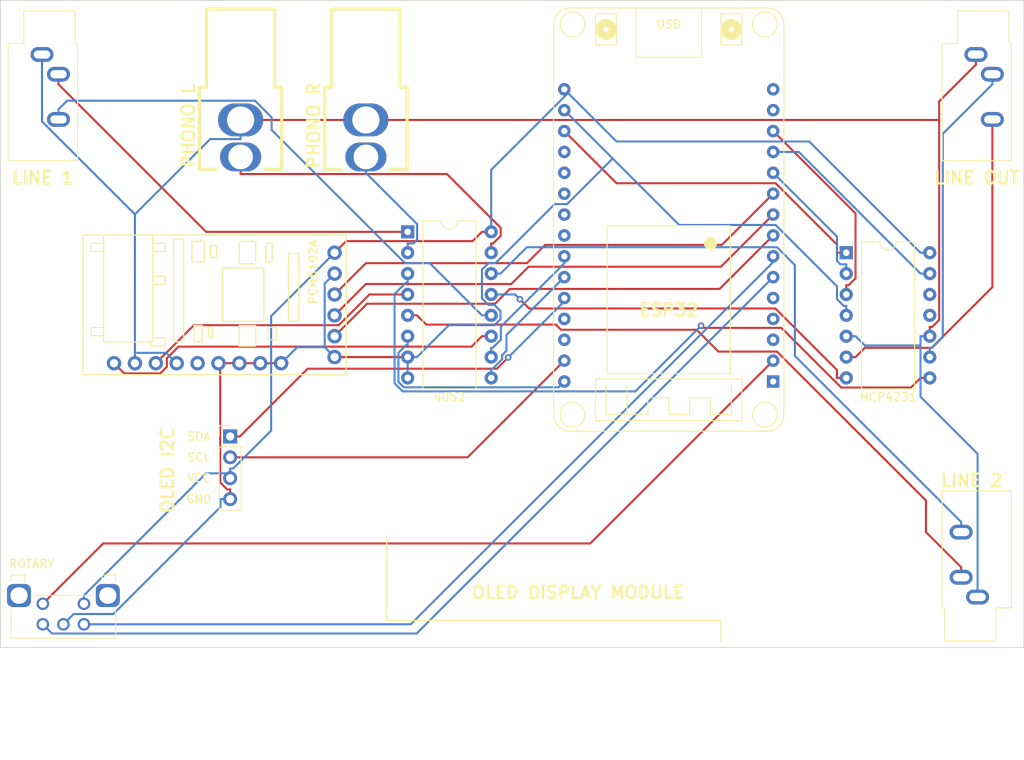
<source format=kicad_pcb>
(kicad_pcb (version 20221018) (generator pcbnew)
  (title_block (title "Digital Audio Switch") (date "2023-05-29") (rev "v1") (comment 2 "https://creativecommons.org/licenses/by/4.0/") (comment 3 "License: CC BY 4.0") (comment 4 "Author: Correl Roush <correl@gmail.com>"))
  (layers (0 "F.Cu" signal) (31 "B.Cu" signal) (34 "B.Paste" user) (35 "F.Paste" user) (36 "B.SilkS" user "B.Silkscreen") (37 "F.SilkS" user "F.Silkscreen") (38 "B.Mask" user) (39 "F.Mask" user) (44 "Edge.Cuts" user))
  (net 0 "")
  (net 1 "Net-(U3-X0)")
  (net 2 "GNDA")
  (net 3 "Net-(U3-Y0)")
  (net 4 "Net-(U1-PW1)")
  (net 5 "Net-(U1-PW0)")
  (net 6 "Net-(U3-X1)")
  (net 7 "Net-(U3-Y1)")
  (net 8 "Net-(J4-In)")
  (net 9 "Net-(J5-In)")
  (net 10 "Net-(U2-IO32)")
  (net 11 "Net-(U2-IO33)")
  (net 12 "GND")
  (net 13 "Net-(U2-SENSOR_VP)")
  (net 14 "VCC")
  (net 15 "Net-(U1-~{CS})")
  (net 16 "Net-(U1-SCK)")
  (net 17 "Net-(U1-SI)")
  (net 18 "Net-(U1-PA1)")
  (net 19 "Net-(U1-PA0)")
  (net 22 "Net-(U1-SO)")
  (net 27 "Net-(U2-IO25)")
  (net 28 "Net-(U2-IO26)")
  (net 29 "Net-(U2-IO27)")
  (net 37 "Net-(U2-IO18)")
  (net 38 "Net-(U2-IO19)")
  (net 39 "Net-(J6-Pin_1)")
  (net 42 "Net-(J6-Pin_2)")
  (net 43 "Net-(U2-IO23)")
  (net 45 "Net-(U3-Y3)")
  (net 46 "Net-(U3-X3)")
  (footprint "Connector_Audio:Jack_3.5mm_CUI_SJ1-3533NG_Horizontal" (layer "F.Cu") (at 189.96 132.295 180)
    (fp_text reference "J3" hide)
    (fp_text value "LINE 2" hide)
    (pad "R" thru_hole oval (at 2 7.9 180) (size 2.8 1.8) (drill oval 2 1) (layers "*.Cu" "*.Mask") (net 6 "Net-(U3-X1)"))
    (pad "S" thru_hole oval (at 0 0 180) (size 2.8 1.8) (drill oval 2 1) (layers "*.Cu" "*.Mask") (net 2 "GNDA"))
    (pad "T" thru_hole oval (at 2 2.4 180) (size 2.8 1.8) (drill oval 2 1) (layers "*.Cu" "*.Mask") (net 7 "Net-(U3-Y1)"))
  )
  (footprint "Package_DIP:DIP-16_W10.16mm" (layer "F.Cu") (at 120.65 87.855)
    (fp_text reference "U3" hide)
    (fp_text value "4052" (at 5.08 20.11) (layer "F.SilkS") (effects (font (thickness 0.16))))
    (pad "1" thru_hole rect (at 0 0) (size 1.6 1.6) (drill 0.8) (layers "*.Cu" "*.Mask") (net 3 "Net-(U3-Y0)"))
    (pad "2" thru_hole oval (at 0 2.54) (size 1.6 1.6) (drill 0.8) (layers "*.Cu" "*.Mask") (net 9 "Net-(J5-In)"))
    (pad "3" thru_hole oval (at 0 5.08) (size 1.6 1.6) (drill 0.8) (layers "*.Cu" "*.Mask") (net 19 "Net-(U1-PA0)"))
    (pad "4" thru_hole oval (at 0 7.62) (size 1.6 1.6) (drill 0.8) (layers "*.Cu" "*.Mask") (net 45 "Net-(U3-Y3)"))
    (pad "5" thru_hole oval (at 0 10.16) (size 1.6 1.6) (drill 0.8) (layers "*.Cu" "*.Mask") (net 7 "Net-(U3-Y1)"))
    (pad "6" thru_hole oval (at 0 12.7) (size 1.6 1.6) (drill 0.8) (layers "*.Cu" "*.Mask") (net 43 "Net-(U2-IO23)"))
    (pad "7" thru_hole oval (at 0 15.24) (size 1.6 1.6) (drill 0.8) (layers "*.Cu" "*.Mask") (net 12 "GND"))
    (pad "8" thru_hole oval (at 0 17.78) (size 1.6 1.6) (drill 0.8) (layers "*.Cu" "*.Mask") (net 12 "GND"))
    (pad "9" thru_hole oval (at 10.16 17.78) (size 1.6 1.6) (drill 0.8) (layers "*.Cu" "*.Mask") (net 38 "Net-(U2-IO19)"))
    (pad "10" thru_hole oval (at 10.16 15.24) (size 1.6 1.6) (drill 0.8) (layers "*.Cu" "*.Mask") (net 37 "Net-(U2-IO18)"))
    (pad "11" thru_hole oval (at 10.16 12.7) (size 1.6 1.6) (drill 0.8) (layers "*.Cu" "*.Mask") (net 46 "Net-(U3-X3)"))
    (pad "12" thru_hole oval (at 10.16 10.16) (size 1.6 1.6) (drill 0.8) (layers "*.Cu" "*.Mask") (net 1 "Net-(U3-X0)"))
    (pad "13" thru_hole oval (at 10.16 7.62) (size 1.6 1.6) (drill 0.8) (layers "*.Cu" "*.Mask") (net 18 "Net-(U1-PA1)"))
    (pad "14" thru_hole oval (at 10.16 5.08) (size 1.6 1.6) (drill 0.8) (layers "*.Cu" "*.Mask") (net 6 "Net-(U3-X1)"))
    (pad "15" thru_hole oval (at 10.16 2.54) (size 1.6 1.6) (drill 0.8) (layers "*.Cu" "*.Mask") (net 8 "Net-(J4-In)"))
    (pad "16" thru_hole oval (at 10.16 0) (size 1.6 1.6) (drill 0.8) (layers "*.Cu" "*.Mask") (net 14 "VCC"))
  )
  (footprint "Digital Audio Switch:esp32_devkit_v1_doit" (layer "F.Cu") (at 152.4 106.07 180)
    (fp_text reference "U2" hide)
    (fp_text value "ESP32" (at 0 8.7 180) (layer "F.SilkS") (effects (font (size 1.5 1.5) (thickness 0.3) bold)))
    (fp_text user "USB" (at 0 43.49 180) (layer "F.SilkS") (effects (font (thickness 0.16))))
    (pad "1" thru_hole rect (at -12.7 0 180) (size 1.524 1.524) (drill 0.762) (layers "*.Cu" "*.Mask"))
    (pad "2" thru_hole circle (at -12.7 2.54 180) (size 1.524 1.524) (drill 0.762) (layers "*.Cu" "*.Mask") (net 13 "Net-(U2-SENSOR_VP)"))
    (pad "3" thru_hole circle (at -12.7 5.08 180) (size 1.524 1.524) (drill 0.762) (layers "*.Cu" "*.Mask"))
    (pad "4" thru_hole circle (at -12.7 7.62 180) (size 1.524 1.524) (drill 0.762) (layers "*.Cu" "*.Mask"))
    (pad "5" thru_hole circle (at -12.7 10.16 180) (size 1.524 1.524) (drill 0.762) (layers "*.Cu" "*.Mask"))
    (pad "6" thru_hole circle (at -12.7 12.7 180) (size 1.524 1.524) (drill 0.762) (layers "*.Cu" "*.Mask") (net 10 "Net-(U2-IO32)"))
    (pad "7" thru_hole circle (at -12.7 15.24 180) (size 1.524 1.524) (drill 0.762) (layers "*.Cu" "*.Mask") (net 11 "Net-(U2-IO33)"))
    (pad "8" thru_hole circle (at -12.7 17.78 180) (size 1.524 1.524) (drill 0.762) (layers "*.Cu" "*.Mask") (net 27 "Net-(U2-IO25)"))
    (pad "9" thru_hole circle (at -12.7 20.32 180) (size 1.524 1.524) (drill 0.762) (layers "*.Cu" "*.Mask") (net 28 "Net-(U2-IO26)"))
    (pad "10" thru_hole circle (at -12.7 22.86 180) (size 1.524 1.524) (drill 0.762) (layers "*.Cu" "*.Mask") (net 29 "Net-(U2-IO27)"))
    (pad "11" thru_hole circle (at -12.7 25.4 180) (size 1.524 1.524) (drill 0.762) (layers "*.Cu" "*.Mask") (net 16 "Net-(U1-SCK)"))
    (pad "12" thru_hole circle (at -12.7 27.94 180) (size 1.524 1.524) (drill 0.762) (layers "*.Cu" "*.Mask") (net 22 "Net-(U1-SO)"))
    (pad "13" thru_hole circle (at -12.7 30.48 180) (size 1.524 1.524) (drill 0.762) (layers "*.Cu" "*.Mask") (net 17 "Net-(U1-SI)"))
    (pad "14" thru_hole circle (at -12.7 33.02 180) (size 1.524 1.524) (drill 0.762) (layers "*.Cu" "*.Mask"))
    (pad "15" thru_hole circle (at -12.7 35.56 180) (size 1.524 1.524) (drill 0.762) (layers "*.Cu" "*.Mask"))
    (pad "16" thru_hole circle (at 12.7 35.56 180) (size 1.524 1.524) (drill 0.762) (layers "*.Cu" "*.Mask") (net 14 "VCC"))
    (pad "17" thru_hole circle (at 12.7 33.02 180) (size 1.524 1.524) (drill 0.762) (layers "*.Cu" "*.Mask") (net 12 "GND"))
    (pad "18" thru_hole circle (at 12.7 30.48 180) (size 1.524 1.524) (drill 0.762) (layers "*.Cu" "*.Mask") (net 15 "Net-(U1-~{CS})"))
    (pad "19" thru_hole circle (at 12.7 27.94 180) (size 1.524 1.524) (drill 0.762) (layers "*.Cu" "*.Mask"))
    (pad "20" thru_hole circle (at 12.7 25.4 180) (size 1.524 1.524) (drill 0.762) (layers "*.Cu" "*.Mask"))
    (pad "21" thru_hole circle (at 12.7 22.86 180) (size 1.524 1.524) (drill 0.762) (layers "*.Cu" "*.Mask"))
    (pad "22" thru_hole circle (at 12.7 20.32 180) (size 1.524 1.524) (drill 0.762) (layers "*.Cu" "*.Mask"))
    (pad "23" thru_hole circle (at 12.7 17.78 180) (size 1.524 1.524) (drill 0.762) (layers "*.Cu" "*.Mask"))
    (pad "24" thru_hole circle (at 12.7 15.24 180) (size 1.524 1.524) (drill 0.762) (layers "*.Cu" "*.Mask") (net 37 "Net-(U2-IO18)"))
    (pad "25" thru_hole circle (at 12.7 12.7 180) (size 1.524 1.524) (drill 0.762) (layers "*.Cu" "*.Mask") (net 38 "Net-(U2-IO19)"))
    (pad "26" thru_hole circle (at 12.7 10.16 180) (size 1.524 1.524) (drill 0.762) (layers "*.Cu" "*.Mask") (net 39 "Net-(J6-Pin_1)"))
    (pad "27" thru_hole circle (at 12.7 7.62 180) (size 1.524 1.524) (drill 0.762) (layers "*.Cu" "*.Mask"))
    (pad "28" thru_hole circle (at 12.7 5.08 180) (size 1.524 1.524) (drill 0.762) (layers "*.Cu" "*.Mask"))
    (pad "29" thru_hole circle (at 12.7 2.54 180) (size 1.524 1.524) (drill 0.762) (layers "*.Cu" "*.Mask") (net 42 "Net-(J6-Pin_2)"))
    (pad "30" thru_hole circle (at 12.7 0 180) (size 1.524 1.524) (drill 0.762) (layers "*.Cu" "*.Mask") (net 43 "Net-(U2-IO23)"))
  )
  (footprint "Connector_Audio:Jack_3.5mm_CUI_SJ1-3533NG_Horizontal" (layer "F.Cu") (at 189.76 66.275)
    (fp_text reference "J2" hide)
    (fp_text value "LINE OUT" (at 0.1 15.005) (layer "F.SilkS") (effects (font (size 1.5 1.5) (thickness 0.3) bold)))
    (pad "R" thru_hole oval (at 2 7.9) (size 2.8 1.8) (drill oval 2 1) (layers "*.Cu" "*.Mask") (net 4 "Net-(U1-PW1)"))
    (pad "S" thru_hole oval (at 0 0) (size 2.8 1.8) (drill oval 2 1) (layers "*.Cu" "*.Mask") (net 2 "GNDA"))
    (pad "T" thru_hole oval (at 2 2.4) (size 2.8 1.8) (drill oval 2 1) (layers "*.Cu" "*.Mask") (net 5 "Net-(U1-PW0)"))
  )
  (footprint "Digital Audio Switch:KLPX-0848A" (layer "F.Cu") (at 100.33 74.2405 -90)
    (fp_text reference "J4" hide)
    (fp_text value "PHONO L" (at 0.6895 6.35 90) (layer "F.SilkS") (effects (font (size 1.5 1.5) (thickness 0.3) bold)))
    (pad "1" thru_hole oval (at 4.5 0 270) (size 3.5 5) (drill 3) (layers "*.Cu" "*.Mask") (net 8 "Net-(J4-In)"))
    (pad "2" thru_hole oval (at 0 0 270) (size 4 5.5) (drill 3.3) (layers "*.Cu" "*.Mask") (net 2 "GNDA"))
  )
  (footprint "Digital Audio Switch:PCM5102" (layer "F.Cu") (at 105.26 103.845 180)
    (fp_text reference "U4" hide)
    (fp_text value "PCM5102A" (at -3.9 11.1 270) (layer "F.SilkS") (effects (font (thickness 0.16))))
    (pad "1" thru_hole circle (at -6.5 13.45 180) (size 1.75 1.75) (drill 1) (layers "*.Cu" "*.Mask") (net 14 "VCC"))
    (pad "2" thru_hole circle (at -6.5 10.91 180) (size 1.75 1.75) (drill 1) (layers "*.Cu" "*.Mask") (net 12 "GND"))
    (pad "3" thru_hole circle (at -6.5 8.37 180) (size 1.75 1.75) (drill 1) (layers "*.Cu" "*.Mask") (net 29 "Net-(U2-IO27)"))
    (pad "4" thru_hole circle (at -6.5 5.83 180) (size 1.75 1.75) (drill 1) (layers "*.Cu" "*.Mask") (net 28 "Net-(U2-IO26)"))
    (pad "5" thru_hole circle (at -6.5 3.29 180) (size 1.75 1.75) (drill 1) (layers "*.Cu" "*.Mask") (net 27 "Net-(U2-IO25)"))
    (pad "6" thru_hole circle (at -6.5 0.75 180) (size 1.75 1.75) (drill 1) (layers "*.Cu" "*.Mask") (net 12 "GND"))
    (pad "7" thru_hole circle (at 0 0 180) (size 1.75 1.75) (drill 1) (layers "*.Cu" "*.Mask") (net 12 "GND"))
    (pad "8" thru_hole circle (at 2.54 0 180) (size 1.75 1.75) (drill 1) (layers "*.Cu" "*.Mask") (net 12 "GND"))
    (pad "9" thru_hole circle (at 5.08 0 180) (size 1.75 1.75) (drill 1) (layers "*.Cu" "*.Mask") (net 12 "GND"))
    (pad "10" thru_hole circle (at 7.62 0 180) (size 1.75 1.75) (drill 1) (layers "*.Cu" "*.Mask") (net 12 "GND"))
    (pad "11" thru_hole circle (at 10.16 0 180) (size 1.75 1.75) (drill 1) (layers "*.Cu" "*.Mask"))
    (pad "12" thru_hole circle (at 12.7 0 180) (size 1.75 1.75) (drill 1) (layers "*.Cu" "*.Mask") (net 2 "GNDA"))
    (pad "13" thru_hole circle (at 15.24 0 180) (size 1.75 1.75) (drill 1) (layers "*.Cu" "*.Mask") (net 45 "Net-(U3-Y3)"))
    (pad "14" thru_hole circle (at 17.78 0 180) (size 1.75 1.75) (drill 1) (layers "*.Cu" "*.Mask") (net 2 "GNDA"))
    (pad "15" thru_hole circle (at 20.32 0 180) (size 1.75 1.75) (drill 1) (layers "*.Cu" "*.Mask") (net 46 "Net-(U3-X3)"))
  )
  (footprint "Rotary_Encoder:RotaryEncoder_Bourns_Horizontal_PEC12R-2xxxF-Sxxxx" (layer "F.Cu") (at 76.28 135.615 -90)
    (fp_text reference "SW1" hide)
    (fp_text value "ROTARY" (at -7.345 1.35) (layer "F.SilkS"))
    (pad "A" thru_hole circle (at 0 0) (size 1.524 1.524) (drill 1) (layers "*.Cu" "*.Mask") (net 10 "Net-(U2-IO32)"))
    (pad "B" thru_hole circle (at 0 -5) (size 1.524 1.524) (drill 1) (layers "*.Cu" "*.Mask") (net 11 "Net-(U2-IO33)"))
    (pad "C" thru_hole circle (at 0 -2.5) (size 1.524 1.524) (drill 1) (layers "*.Cu" "*.Mask") (net 12 "GND"))
    (pad "S1" thru_hole circle (at -2.5 0) (size 1.524 1.524) (drill 1) (layers "*.Cu" "*.Mask") (net 13 "Net-(U2-SENSOR_VP)"))
    (pad "S2" thru_hole circle (at -2.5 -5) (size 1.524 1.524) (drill 1) (layers "*.Cu" "*.Mask") (net 14 "VCC"))
    (pad "SH" thru_hole roundrect (at -3.5 -7.9) (size 2.9 2.8) (drill oval 2.1 2) (layers "*.Cu" "*.Mask"))
    (pad "SH" thru_hole roundrect (at -3.5 2.9) (size 2.9 2.8) (drill oval 2.1 2) (layers "*.Cu" "*.Mask"))
  )
  (footprint "Digital Audio Switch:KLPX-0848A" (layer "F.Cu") (at 115.57 74.2405 -90)
    (fp_text reference "J5" hide)
    (fp_text value "PHONO R" (at 0.6895 6.35 -90) (layer "F.SilkS") (effects (font (size 1.5 1.5) (thickness 0.3) bold)))
    (pad "1" thru_hole oval (at 4.5 0 270) (size 3.5 5) (drill 3) (layers "*.Cu" "*.Mask") (net 9 "Net-(J5-In)"))
    (pad "2" thru_hole oval (at 0 0 270) (size 4 5.5) (drill 3.3) (layers "*.Cu" "*.Mask") (net 2 "GNDA"))
  )
  (footprint "Connector_PinHeader_2.54mm:PinHeader_1x04_P2.54mm_Vertical" (layer "F.Cu") (at 99.06 112.755)
    (fp_text reference "J6" hide)
    (fp_text value "OLED I2C" (at -7.62 4.085 90) (layer "F.SilkS") (effects (font (size 1.5 1.5) (thickness 0.3) bold)))
    (fp_text user "SCL" (at -3.81 2.53 unlocked) (layer "F.SilkS") (effects (font (thickness 0.16))))
    (fp_text user "VCC" (at -3.81 5.07 unlocked) (layer "F.SilkS") (effects (font (thickness 0.16))))
    (fp_text user "GND" (at -3.81 7.61 unlocked) (layer "F.SilkS") (effects (font (thickness 0.16))))
    (fp_text user "SDA" (at -3.81 0 unlocked) (layer "F.SilkS") (effects (font (thickness 0.16))))
    (pad "1" thru_hole rect (at 0 0) (size 1.7 1.7) (drill 1) (layers "*.Cu" "*.Mask") (net 39 "Net-(J6-Pin_1)"))
    (pad "2" thru_hole oval (at 0 2.54) (size 1.7 1.7) (drill 1) (layers "*.Cu" "*.Mask") (net 42 "Net-(J6-Pin_2)"))
    (pad "3" thru_hole oval (at 0 5.08) (size 1.7 1.7) (drill 1) (layers "*.Cu" "*.Mask") (net 14 "VCC"))
    (pad "4" thru_hole oval (at 0 7.62) (size 1.7 1.7) (drill 1) (layers "*.Cu" "*.Mask") (net 12 "GND"))
  )
  (footprint "Connector_Audio:Jack_3.5mm_CUI_SJ1-3533NG_Horizontal" (layer "F.Cu") (at 76.18 66.275)
    (fp_text reference "J1" hide)
    (fp_text value "LINE 1" (at 0.1 15.005) (layer "F.SilkS") (effects (font (size 1.5 1.5) (thickness 0.3) bold)))
    (pad "R" thru_hole oval (at 2 7.9) (size 2.8 1.8) (drill oval 2 1) (layers "*.Cu" "*.Mask") (net 1 "Net-(U3-X0)"))
    (pad "S" thru_hole oval (at 0 0) (size 2.8 1.8) (drill oval 2 1) (layers "*.Cu" "*.Mask") (net 2 "GNDA"))
    (pad "T" thru_hole oval (at 2 2.4) (size 2.8 1.8) (drill oval 2 1) (layers "*.Cu" "*.Mask") (net 3 "Net-(U3-Y0)"))
  )
  (footprint "Package_DIP:DIP-14_W10.16mm" (layer "F.Cu") (at 173.99 90.395)
    (fp_text reference "U1" hide)
    (fp_text value "MCP4231" (at 5.08 17.57) (layer "F.SilkS") (effects (font (thickness 0.16))))
    (pad "1" thru_hole rect (at 0 0) (size 1.6 1.6) (drill 0.8) (layers "*.Cu" "*.Mask") (net 15 "Net-(U1-~{CS})"))
    (pad "2" thru_hole oval (at 0 2.54) (size 1.6 1.6) (drill 0.8) (layers "*.Cu" "*.Mask") (net 16 "Net-(U1-SCK)"))
    (pad "3" thru_hole oval (at 0 5.08) (size 1.6 1.6) (drill 0.8) (layers "*.Cu" "*.Mask") (net 17 "Net-(U1-SI)"))
    (pad "4" thru_hole oval (at 0 7.62) (size 1.6 1.6) (drill 0.8) (layers "*.Cu" "*.Mask") (net 12 "GND"))
    (pad "5" thru_hole oval (at 0 10.16) (size 1.6 1.6) (drill 0.8) (layers "*.Cu" "*.Mask") (net 2 "GNDA"))
    (pad "6" thru_hole oval (at 0 12.7) (size 1.6 1.6) (drill 0.8) (layers "*.Cu" "*.Mask") (net 4 "Net-(U1-PW1)"))
    (pad "7" thru_hole oval (at 0 15.24) (size 1.6 1.6) (drill 0.8) (layers "*.Cu" "*.Mask") (net 18 "Net-(U1-PA1)"))
    (pad "8" thru_hole oval (at 10.16 15.24) (size 1.6 1.6) (drill 0.8) (layers "*.Cu" "*.Mask") (net 19 "Net-(U1-PA0)"))
    (pad "9" thru_hole oval (at 10.16 12.7) (size 1.6 1.6) (drill 0.8) (layers "*.Cu" "*.Mask") (net 5 "Net-(U1-PW0)"))
    (pad "10" thru_hole oval (at 10.16 10.16) (size 1.6 1.6) (drill 0.8) (layers "*.Cu" "*.Mask") (net 2 "GNDA"))
    (pad "11" thru_hole oval (at 10.16 7.62) (size 1.6 1.6) (drill 0.8) (layers "*.Cu" "*.Mask"))
    (pad "12" thru_hole oval (at 10.16 5.08) (size 1.6 1.6) (drill 0.8) (layers "*.Cu" "*.Mask"))
    (pad "13" thru_hole oval (at 10.16 2.54) (size 1.6 1.6) (drill 0.8) (layers "*.Cu" "*.Mask") (net 22 "Net-(U1-SO)"))
    (pad "14" thru_hole oval (at 10.16 0) (size 1.6 1.6) (drill 0.8) (layers "*.Cu" "*.Mask") (net 14 "VCC"))
  )
  (gr_line (start 118.11 135.155) (end 158.75 135.155) (stroke (width 0.15)) (layer "F.SilkS"))
  (gr_line (start 158.75 135.155) (end 158.75 137.695) (stroke (width 0.15)) (layer "F.SilkS"))
  (gr_line (start 118.11 135.155) (end 118.11 124.995) (stroke (width 0.15)) (layer "F.SilkS"))
  (gr_rect (start 71.12 59.69) (end 195.58 138.43) (stroke (width 0.1)) (fill none) (layer "Edge.Cuts"))
  (gr_text "LINE 2" (at 189.23 118.11) (layer "F.SilkS") (effects (font (size 1.5 1.5) (thickness 0.3) bold)))
  (gr_text "OLED DISPLAY MODULE" (at 128.27 132.615) (layer "F.SilkS") (effects (font (size 1.5 1.5) (thickness 0.3) bold) (justify left bottom)))
  (segment (start 78.18 72.9481) (end 78.18 74.175) (width 0.25) (layer "B.Cu") (net 1))
  (segment (start 104.1 73.92) (end 102.075 71.8945) (width 0.25) (layer "B.Cu") (net 1))
  (segment (start 79.2336 71.8945) (end 78.18 72.9481) (width 0.25) (layer "B.Cu") (net 1))
  (segment (start 120.326 91.665) (end 104.1 75.4395) (width 0.25) (layer "B.Cu") (net 1))
  (segment (start 102.075 71.8945) (end 79.2336 71.8945) (width 0.25) (layer "B.Cu") (net 1))
  (segment (start 130.81 98.015) (end 129.683 98.015) (width 0.25) (layer "B.Cu") (net 1))
  (segment (start 129.683 98.015) (end 123.333 91.665) (width 0.25) (layer "B.Cu") (net 1))
  (segment (start 123.333 91.665) (end 120.326 91.665) (width 0.25) (layer "B.Cu") (net 1))
  (segment (start 104.1 75.4395) (end 104.1 73.92) (width 0.25) (layer "B.Cu") (net 1))
  (segment (start 184.15 100.555) (end 184.15 99.4281) (width 0.25) (layer "F.Cu") (net 2))
  (segment (start 184.432 99.4281) (end 185.29 98.5695) (width 0.25) (layer "F.Cu") (net 2))
  (segment (start 185.29 74.2405) (end 185.29 71.9716) (width 0.25) (layer "F.Cu") (net 2))
  (segment (start 185.29 71.9716) (end 189.76 67.5019) (width 0.25) (layer "F.Cu") (net 2))
  (segment (start 185.29 98.5695) (end 185.29 74.2405) (width 0.25) (layer "F.Cu") (net 2))
  (segment (start 100.33 74.2405) (end 115.57 74.2405) (width 0.25) (layer "F.Cu") (net 2))
  (segment (start 189.76 67.5019) (end 189.76 66.275) (width 0.25) (layer "F.Cu") (net 2))
  (segment (start 184.15 99.4281) (end 184.432 99.4281) (width 0.25) (layer "F.Cu") (net 2))
  (segment (start 115.57 74.2405) (end 185.29 74.2405) (width 0.25) (layer "F.Cu") (net 2))
  (segment (start 91.2905 102.576) (end 92.56 103.845) (width 0.25) (layer "B.Cu") (net 2))
  (segment (start 189.96 132.295) (end 189.96 114.86) (width 0.25) (layer "B.Cu") (net 2))
  (segment (start 183.023 101.682) (end 183.022 101.683) (width 0.25) (layer "B.Cu") (net 2))
  (segment (start 184.15 100.555) (end 183.023 100.555) (width 0.25) (layer "B.Cu") (net 2))
  (segment (start 100.33 76.5674) (end 100.33 74.2405) (width 0.25) (layer "B.Cu") (net 2))
  (segment (start 189.96 114.86) (end 183.022 107.922) (width 0.25) (layer "B.Cu") (net 2))
  (segment (start 87.48 85.7204) (end 87.48 102.576) (width 0.25) (layer "B.Cu") (net 2))
  (segment (start 87.48 85.7204) (end 96.633 76.5674) (width 0.25) (layer "B.Cu") (net 2))
  (segment (start 176.245 101.683) (end 183.022 101.683) (width 0.25) (layer "B.Cu") (net 2))
  (segment (start 87.48 102.576) (end 87.48 103.845) (width 0.25) (layer "B.Cu") (net 2))
  (segment (start 183.023 100.555) (end 183.023 101.682) (width 0.25) (layer "B.Cu") (net 2))
  (segment (start 76.18 74.4204) (end 87.48 85.7204) (width 0.25) (layer "B.Cu") (net 2))
  (segment (start 87.48 102.576) (end 91.2905 102.576) (width 0.25) (layer "B.Cu") (net 2))
  (segment (start 76.18 66.275) (end 76.18 74.4204) (width 0.25) (layer "B.Cu") (net 2))
  (segment (start 183.022 107.922) (end 183.022 101.683) (width 0.25) (layer "B.Cu") (net 2))
  (segment (start 96.633 76.5674) (end 100.33 76.5674) (width 0.25) (layer "B.Cu") (net 2))
  (segment (start 173.99 100.555) (end 175.117 100.555) (width 0.25) (layer "B.Cu") (net 2))
  (segment (start 175.117 100.555) (end 176.245 101.683) (width 0.25) (layer "B.Cu") (net 2))
  (segment (start 120.65 87.855) (end 96.1331 87.855) (width 0.25) (layer "F.Cu") (net 3))
  (segment (start 78.18 69.9019) (end 78.18 68.675) (width 0.25) (layer "F.Cu") (net 3))
  (segment (start 96.1331 87.855) (end 78.18 69.9019) (width 0.25) (layer "F.Cu") (net 3))
  (segment (start 173.99 103.095) (end 175.117 103.095) (width 0.25) (layer "F.Cu") (net 4))
  (segment (start 176.244 101.968) (end 184.369 101.968) (width 0.25) (layer "F.Cu") (net 4))
  (segment (start 175.117 103.095) (end 176.244 101.968) (width 0.25) (layer "F.Cu") (net 4))
  (segment (start 184.369 101.968) (end 191.76 94.5775) (width 0.25) (layer "F.Cu") (net 4))
  (segment (start 191.76 94.5775) (end 191.76 74.175) (width 0.25) (layer "F.Cu") (net 4))
  (segment (start 184.43 101.968) (end 184.15 101.968) (width 0.25) (layer "B.Cu") (net 5))
  (segment (start 191.76 68.675) (end 191.76 69.9019) (width 0.25) (layer "B.Cu") (net 5))
  (segment (start 191.76 69.9019) (end 185.729 75.9331) (width 0.25) (layer "B.Cu") (net 5))
  (segment (start 184.15 101.968) (end 184.15 103.095) (width 0.25) (layer "B.Cu") (net 5))
  (segment (start 185.729 100.669) (end 184.43 101.968) (width 0.25) (layer "B.Cu") (net 5))
  (segment (start 185.729 75.9331) (end 185.729 100.669) (width 0.25) (layer "B.Cu") (net 5))
  (segment (start 131.937 92.935) (end 135.143 89.7285) (width 0.25) (layer "B.Cu") (net 6))
  (segment (start 165.574 89.7285) (end 167.742 91.8962) (width 0.25) (layer "B.Cu") (net 6))
  (segment (start 187.96 123.168) (end 187.96 124.395) (width 0.25) (layer "B.Cu") (net 6))
  (segment (start 167.742 91.8962) (end 167.742 102.95) (width 0.25) (layer "B.Cu") (net 6))
  (segment (start 135.143 89.7285) (end 165.574 89.7285) (width 0.25) (layer "B.Cu") (net 6))
  (segment (start 130.81 92.935) (end 131.937 92.935) (width 0.25) (layer "B.Cu") (net 6))
  (segment (start 167.742 102.95) (end 187.96 123.168) (width 0.25) (layer "B.Cu") (net 6))
  (segment (start 121.777 98.015) (end 120.65 98.015) (width 0.25) (layer "F.Cu") (net 7))
  (segment (start 158.448 102.426) (end 155.79 99.7683) (width 0.25) (layer "F.Cu") (net 7))
  (segment (start 139.294 99.7683) (end 138.668 99.1419) (width 0.25) (layer "F.Cu") (net 7))
  (segment (start 183.685 124.394) (end 183.685 120.552) (width 0.25) (layer "F.Cu") (net 7))
  (segment (start 138.668 99.1419) (end 122.904 99.1419) (width 0.25) (layer "F.Cu") (net 7))
  (segment (start 155.79 99.7683) (end 139.294 99.7683) (width 0.25) (layer "F.Cu") (net 7))
  (segment (start 187.96 129.895) (end 187.96 128.668) (width 0.25) (layer "F.Cu") (net 7))
  (segment (start 122.904 99.1419) (end 121.777 98.015) (width 0.25) (layer "F.Cu") (net 7))
  (segment (start 183.685 120.552) (end 165.56 102.426) (width 0.25) (layer "F.Cu") (net 7))
  (segment (start 187.96 128.668) (end 183.685 124.394) (width 0.25) (layer "F.Cu") (net 7))
  (segment (start 165.56 102.426) (end 158.448 102.426) (width 0.25) (layer "F.Cu") (net 7))
  (segment (start 130.81 90.395) (end 130.81 89.2681) (width 0.25) (layer "F.Cu") (net 8))
  (segment (start 125.417 80.8174) (end 100.33 80.8174) (width 0.25) (layer "F.Cu") (net 8))
  (segment (start 131.959 88.3522) (end 131.959 87.3598) (width 0.25) (layer "F.Cu") (net 8))
  (segment (start 131.959 87.3598) (end 125.417 80.8174) (width 0.25) (layer "F.Cu") (net 8))
  (segment (start 130.81 89.2681) (end 131.044 89.2681) (width 0.25) (layer "F.Cu") (net 8))
  (segment (start 131.044 89.2681) (end 131.959 88.3522) (width 0.25) (layer "F.Cu") (net 8))
  (segment (start 100.33 80.8174) (end 100.33 78.7405) (width 0.25) (layer "F.Cu") (net 8))
  (segment (start 115.57 78.7405) (end 115.57 80.8174) (width 0.25) (layer "B.Cu") (net 9))
  (segment (start 121.799 88.8332) (end 121.364 89.2681) (width 0.25) (layer "B.Cu") (net 9))
  (segment (start 115.7 80.8174) (end 121.799 86.917) (width 0.25) (layer "B.Cu") (net 9))
  (segment (start 115.57 80.8174) (end 115.7 80.8174) (width 0.25) (layer "B.Cu") (net 9))
  (segment (start 121.364 89.2681) (end 120.65 89.2681) (width 0.25) (layer "B.Cu") (net 9))
  (segment (start 121.799 86.917) (end 121.799 88.8332) (width 0.25) (layer "B.Cu") (net 9))
  (segment (start 120.65 89.2681) (end 120.65 90.395) (width 0.25) (layer "B.Cu") (net 9))
  (segment (start 121.732 136.738) (end 165.1 93.37) (width 0.25) (layer "B.Cu") (net 10))
  (segment (start 76.28 135.615) (end 77.4029 136.738) (width 0.25) (layer "B.Cu") (net 10))
  (segment (start 77.4029 136.738) (end 121.732 136.738) (width 0.25) (layer "B.Cu") (net 10))
  (segment (start 165.1 91.5353) (end 165.1 90.83) (width 0.25) (layer "B.Cu") (net 11))
  (segment (start 121.02 135.615) (end 165.1 91.5353) (width 0.25) (layer "B.Cu") (net 11))
  (segment (start 81.28 135.615) (end 121.02 135.615) (width 0.25) (layer "B.Cu") (net 11))
  (segment (start 97.8472 118.351) (end 98.6942 119.198) (width 0.25) (layer "F.Cu") (net 12))
  (segment (start 97.8472 103.845) (end 100.18 103.845) (width 0.25) (layer "F.Cu") (net 12))
  (segment (start 102.72 103.845) (end 105.26 103.845) (width 0.25) (layer "F.Cu") (net 12))
  (segment (start 99.06 119.198) (end 99.06 120.375) (width 0.25) (layer "F.Cu") (net 12))
  (segment (start 97.8472 103.845) (end 97.8472 118.351) (width 0.25) (layer "F.Cu") (net 12))
  (segment (start 111.76 103.095) (end 120.65 103.095) (width 0.25) (layer "F.Cu") (net 12))
  (segment (start 97.64 103.845) (end 97.8472 103.845) (width 0.25) (layer "F.Cu") (net 12))
  (segment (start 100.18 103.845) (end 102.72 103.845) (width 0.25) (layer "F.Cu") (net 12))
  (segment (start 98.6942 119.198) (end 99.06 119.198) (width 0.25) (layer "F.Cu") (net 12))
  (segment (start 173.99 98.015) (end 173.99 96.8881) (width 0.25) (layer "B.Cu") (net 12))
  (segment (start 121.777 103.095) (end 120.65 103.095) (width 0.25) (layer "B.Cu") (net 12))
  (segment (start 145.584 78.9336) (end 140.037 84.48) (width 0.25) (layer "B.Cu") (net 12))
  (segment (start 173.99 96.8881) (end 173.708 96.8881) (width 0.25) (layer "B.Cu") (net 12))
  (segment (start 173.708 96.8881) (end 172.863 96.043) (width 0.25) (layer "B.Cu") (net 12))
  (segment (start 131.937 98.4818) (end 131.208 99.2111) (width 0.25) (layer "B.Cu") (net 12))
  (segment (start 111.76 92.935) (end 110.558 94.1369) (width 0.25) (layer "B.Cu") (net 12))
  (segment (start 84.8493 134.365) (end 80.03 134.365) (width 0.25) (layer "B.Cu") (net 12))
  (segment (start 97.8831 121.331) (end 84.8493 134.365) (width 0.25) (layer "B.Cu") (net 12))
  (segment (start 129.683 92.4682) (end 129.683 95.9418) (width 0.25) (layer "B.Cu") (net 12))
  (segment (start 110.558 101.893) (end 107.212 101.893) (width 0.25) (layer "B.Cu") (net 12))
  (segment (start 110.558 94.1369) (end 110.558 101.893) (width 0.25) (layer "B.Cu") (net 12))
  (segment (start 138.525 84.48) (end 131.34 91.665) (width 0.25) (layer "B.Cu") (net 12))
  (segment (start 129.683 95.9418) (end 130.486 96.745) (width 0.25) (layer "B.Cu") (net 12))
  (segment (start 125.661 99.2111) (end 121.777 103.095) (width 0.25) (layer "B.Cu") (net 12))
  (segment (start 130.486 96.745) (end 131.192 96.745) (width 0.25) (layer "B.Cu") (net 12))
  (segment (start 131.34 91.665) (end 130.486 91.665) (width 0.25) (layer "B.Cu") (net 12))
  (segment (start 145.584 78.9336) (end 139.7 73.05) (width 0.25) (layer "B.Cu") (net 12))
  (segment (start 110.558 101.893) (end 111.76 103.095) (width 0.25) (layer "B.Cu") (net 12))
  (segment (start 153.67 87.02) (end 145.584 78.9336) (width 0.25) (layer "B.Cu") (net 12))
  (segment (start 140.037 84.48) (end 138.525 84.48) (width 0.25) (layer "B.Cu") (net 12))
  (segment (start 172.863 96.043) (end 172.863 94.4843) (width 0.25) (layer "B.Cu") (net 12))
  (segment (start 97.8831 120.375) (end 97.8831 121.331) (width 0.25) (layer "B.Cu") (net 12))
  (segment (start 80.03 134.365) (end 78.78 135.615) (width 0.25) (layer "B.Cu") (net 12))
  (segment (start 99.06 120.375) (end 97.8831 120.375) (width 0.25) (layer "B.Cu") (net 12))
  (segment (start 131.192 96.745) (end 131.937 97.4897) (width 0.25) (layer "B.Cu") (net 12))
  (segment (start 165.399 87.02) (end 153.67 87.02) (width 0.25) (layer "B.Cu") (net 12))
  (segment (start 130.486 91.665) (end 129.683 92.4682) (width 0.25) (layer "B.Cu") (net 12))
  (segment (start 172.863 94.4843) (end 165.399 87.02) (width 0.25) (layer "B.Cu") (net 12))
  (segment (start 131.937 97.4897) (end 131.937 98.4818) (width 0.25) (layer "B.Cu") (net 12))
  (segment (start 131.208 99.2111) (end 125.661 99.2111) (width 0.25) (layer "B.Cu") (net 12))
  (segment (start 120.65 105.635) (end 120.65 103.095) (width 0.25) (layer "B.Cu") (net 12))
  (segment (start 107.212 101.893) (end 105.26 103.845) (width 0.25) (layer "B.Cu") (net 12))
  (segment (start 142.854 125.776) (end 83.619 125.776) (width 0.25) (layer "F.Cu") (net 13))
  (segment (start 83.619 125.776) (end 76.28 133.115) (width 0.25) (layer "F.Cu") (net 13))
  (segment (start 165.1 103.53) (end 142.854 125.776) (width 0.25) (layer "F.Cu") (net 13))
  (segment (start 113.173 88.9819) (end 111.76 90.395) (width 0.25) (layer "F.Cu") (net 14))
  (segment (start 130.81 87.855) (end 129.683 87.855) (width 0.25) (layer "F.Cu") (net 14))
  (segment (start 129.683 87.855) (end 128.556 88.9819) (width 0.25) (layer "F.Cu") (net 14))
  (segment (start 128.556 88.9819) (end 113.173 88.9819) (width 0.25) (layer "F.Cu") (net 14))
  (segment (start 184.15 90.395) (end 183.023 90.395) (width 0.25) (layer "B.Cu") (net 14))
  (segment (start 99.06 117.246) (end 96.1238 117.246) (width 0.25) (layer "B.Cu") (net 14))
  (segment (start 99.06 117.835) (end 99.06 117.246) (width 0.25) (layer "B.Cu") (net 14))
  (segment (start 183.023 90.395) (end 169.488 76.86) (width 0.25) (layer "B.Cu") (net 14))
  (segment (start 96.1238 117.246) (end 81.28 132.09) (width 0.25) (layer "B.Cu") (net 14))
  (segment (start 130.81 80.304) (end 130.81 87.855) (width 0.25) (layer "B.Cu") (net 14))
  (segment (start 99.06 116.658) (end 99.06 117.246) (width 0.25) (layer "B.Cu") (net 14))
  (segment (start 104.045 98.1097) (end 104.045 112.039) (width 0.25) (layer "B.Cu") (net 14))
  (segment (start 169.488 76.86) (end 146.05 76.86) (width 0.25) (layer "B.Cu") (net 14))
  (segment (start 81.28 132.09) (end 81.28 133.115) (width 0.25) (layer "B.Cu") (net 14))
  (segment (start 146.05 76.86) (end 140.152 70.962) (width 0.25) (layer "B.Cu") (net 14))
  (segment (start 99.4258 116.658) (end 99.06 116.658) (width 0.25) (layer "B.Cu") (net 14))
  (segment (start 104.045 112.039) (end 99.4258 116.658) (width 0.25) (layer "B.Cu") (net 14))
  (segment (start 140.152 70.962) (end 139.7 70.51) (width 0.25) (layer "B.Cu") (net 14))
  (segment (start 140.152 70.962) (end 130.81 80.304) (width 0.25) (layer "B.Cu") (net 14))
  (segment (start 111.76 90.395) (end 104.045 98.1097) (width 0.25) (layer "B.Cu") (net 14))
  (segment (start 146.05 81.94) (end 165.394 81.94) (width 0.25) (layer "F.Cu") (net 15))
  (segment (start 172.863 89.409) (end 172.863 90.395) (width 0.25) (layer "F.Cu") (net 15))
  (segment (start 139.7 75.59) (end 146.05 81.94) (width 0.25) (layer "F.Cu") (net 15))
  (segment (start 165.394 81.94) (end 172.863 89.409) (width 0.25) (layer "F.Cu") (net 15))
  (segment (start 172.863 90.395) (end 173.99 90.395) (width 0.25) (layer "F.Cu") (net 15))
  (segment (start 172.863 88.4331) (end 165.1 80.67) (width 0.25) (layer "B.Cu") (net 16))
  (segment (start 173.99 92.935) (end 173.99 91.8081) (width 0.25) (layer "B.Cu") (net 16))
  (segment (start 173.286 91.8081) (end 172.863 91.3856) (width 0.25) (layer "B.Cu") (net 16))
  (segment (start 173.99 91.8081) (end 173.286 91.8081) (width 0.25) (layer "B.Cu") (net 16))
  (segment (start 172.863 91.3856) (end 172.863 88.4331) (width 0.25) (layer "B.Cu") (net 16))
  (segment (start 175.117 85.6069) (end 165.1 75.59) (width 0.25) (layer "F.Cu") (net 17))
  (segment (start 174.272 94.3481) (end 175.117 93.503) (width 0.25) (layer "F.Cu") (net 17))
  (segment (start 175.117 93.503) (end 175.117 85.6069) (width 0.25) (layer "F.Cu") (net 17))
  (segment (start 173.99 94.3481) (end 174.272 94.3481) (width 0.25) (layer "F.Cu") (net 17))
  (segment (start 173.99 95.475) (end 173.99 94.3481) (width 0.25) (layer "F.Cu") (net 17))
  (segment (start 172.863 104.673) (end 172.863 105.635) (width 0.25) (layer "F.Cu") (net 18))
  (segment (start 172.863 105.635) (end 173.99 105.635) (width 0.25) (layer "F.Cu") (net 18))
  (segment (start 135.418 97.18) (end 165.37 97.18) (width 0.25) (layer "F.Cu") (net 18))
  (segment (start 134.299 96.061) (end 135.418 97.18) (width 0.25) (layer "F.Cu") (net 18))
  (segment (start 165.37 97.18) (end 172.863 104.673) (width 0.25) (layer "F.Cu") (net 18))
  (via (at 134.299 96.061) (size 0.8) (drill 0.4) (layers "F.Cu" "B.Cu") (net 18))
  (segment (start 133.713 95.475) (end 134.299 96.061) (width 0.25) (layer "B.Cu") (net 18))
  (segment (start 130.81 95.475) (end 133.713 95.475) (width 0.25) (layer "B.Cu") (net 18))
  (segment (start 173.37 106.802) (end 166.111 99.5432) (width 0.25) (layer "F.Cu") (net 19))
  (segment (start 166.111 99.5432) (end 156.593 99.5432) (width 0.25) (layer "F.Cu") (net 19))
  (segment (start 183.023 105.635) (end 181.856 106.802) (width 0.25) (layer "F.Cu") (net 19))
  (segment (start 181.856 106.802) (end 173.37 106.802) (width 0.25) (layer "F.Cu") (net 19))
  (segment (start 156.593 99.5432) (end 156.329 99.2787) (width 0.25) (layer "F.Cu") (net 19))
  (segment (start 184.15 105.635) (end 183.023 105.635) (width 0.25) (layer "F.Cu") (net 19))
  (via (at 156.329 99.2787) (size 0.8) (drill 0.4) (layers "F.Cu" "B.Cu") (net 19))
  (segment (start 148.336 107.271) (end 120.041 107.271) (width 0.25) (layer "B.Cu") (net 19))
  (segment (start 120.041 107.271) (end 119.056 106.287) (width 0.25) (layer "B.Cu") (net 19))
  (segment (start 156.329 99.2787) (end 148.336 107.271) (width 0.25) (layer "B.Cu") (net 19))
  (segment (start 119.056 106.287) (end 119.056 95.4221) (width 0.25) (layer "B.Cu") (net 19))
  (segment (start 120.416 94.0619) (end 120.65 94.0619) (width 0.25) (layer "B.Cu") (net 19))
  (segment (start 120.65 94.0619) (end 120.65 92.935) (width 0.25) (layer "B.Cu") (net 19))
  (segment (start 119.056 95.4221) (end 120.416 94.0619) (width 0.25) (layer "B.Cu") (net 19))
  (segment (start 183.023 92.935) (end 168.218 78.13) (width 0.25) (layer "B.Cu") (net 22))
  (segment (start 184.15 92.935) (end 183.023 92.935) (width 0.25) (layer "B.Cu") (net 22))
  (segment (start 168.218 78.13) (end 165.1 78.13) (width 0.25) (layer "B.Cu") (net 22))
  (segment (start 115.713 96.6019) (end 131.277 96.6019) (width 0.25) (layer "F.Cu") (net 27))
  (segment (start 158.59 94.8002) (end 165.1 88.29) (width 0.25) (layer "F.Cu") (net 27))
  (segment (start 111.76 100.555) (end 115.713 96.6019) (width 0.25) (layer "F.Cu") (net 27))
  (segment (start 131.277 96.6019) (end 133.078 94.8002) (width 0.25) (layer "F.Cu") (net 27))
  (segment (start 133.078 94.8002) (end 158.59 94.8002) (width 0.25) (layer "F.Cu") (net 27))
  (segment (start 158.75 92.1) (end 165.1 85.75) (width 0.25) (layer "F.Cu") (net 28))
  (segment (start 135.35 92.1) (end 158.75 92.1) (width 0.25) (layer "F.Cu") (net 28))
  (segment (start 111.76 98.015) (end 115.57 94.205) (width 0.25) (layer "F.Cu") (net 28))
  (segment (start 133.245 94.205) (end 135.35 92.1) (width 0.25) (layer "F.Cu") (net 28))
  (segment (start 115.57 94.205) (end 133.245 94.205) (width 0.25) (layer "F.Cu") (net 28))
  (segment (start 165.1 83.21) (end 158.86 89.4498) (width 0.25) (layer "F.Cu") (net 29))
  (segment (start 115.57 91.665) (end 111.76 95.475) (width 0.25) (layer "F.Cu") (net 29))
  (segment (start 137.361 89.4498) (end 135.146 91.665) (width 0.25) (layer "F.Cu") (net 29))
  (segment (start 135.146 91.665) (end 115.57 91.665) (width 0.25) (layer "F.Cu") (net 29))
  (segment (start 158.86 89.4498) (end 137.361 89.4498) (width 0.25) (layer "F.Cu") (net 29))
  (segment (start 130.991 101.968) (end 131.979 100.98) (width 0.25) (layer "B.Cu") (net 37))
  (segment (start 130.81 103.095) (end 130.81 101.968) (width 0.25) (layer "B.Cu") (net 37))
  (segment (start 131.979 99.4091) (end 139.7 91.6882) (width 0.25) (layer "B.Cu") (net 37))
  (segment (start 139.7 91.6882) (end 139.7 90.83) (width 0.25) (layer "B.Cu") (net 37))
  (segment (start 131.979 100.98) (end 131.979 99.4091) (width 0.25) (layer "B.Cu") (net 37))
  (segment (start 130.81 101.968) (end 130.991 101.968) (width 0.25) (layer "B.Cu") (net 37))
  (segment (start 132.139 103.36) (end 130.991 104.508) (width 0.25) (layer "B.Cu") (net 38))
  (segment (start 130.991 104.508) (end 130.81 104.508) (width 0.25) (layer "B.Cu") (net 38))
  (segment (start 132.665 100.405) (end 132.665 102.324) (width 0.25) (layer "B.Cu") (net 38))
  (segment (start 132.139 102.85) (end 132.139 103.36) (width 0.25) (layer "B.Cu") (net 38))
  (segment (start 130.81 104.508) (end 130.81 105.635) (width 0.25) (layer "B.Cu") (net 38))
  (segment (start 139.7 93.37) (end 132.665 100.405) (width 0.25) (layer "B.Cu") (net 38))
  (segment (start 132.665 102.324) (end 132.139 102.85) (width 0.25) (layer "B.Cu") (net 38))
  (segment (start 131.509 104.508) (end 132.866 103.151) (width 0.25) (layer "F.Cu") (net 39))
  (segment (start 99.06 112.755) (end 100.237 112.755) (width 0.25) (layer "F.Cu") (net 39))
  (segment (start 100.237 112.755) (end 108.484 104.508) (width 0.25) (layer "F.Cu") (net 39))
  (segment (start 108.484 104.508) (end 131.509 104.508) (width 0.25) (layer "F.Cu") (net 39))
  (via (at 132.866 103.151) (size 0.8) (drill 0.4) (layers "F.Cu" "B.Cu") (net 39))
  (segment (start 139.7 96.3168) (end 139.7 95.91) (width 0.25) (layer "B.Cu") (net 39))
  (segment (start 132.866 103.151) (end 139.7 96.3168) (width 0.25) (layer "B.Cu") (net 39))
  (segment (start 139.7 103.53) (end 127.935 115.295) (width 0.25) (layer "F.Cu") (net 42))
  (segment (start 127.935 115.295) (end 99.06 115.295) (width 0.25) (layer "F.Cu") (net 42))
  (segment (start 120.191 106.777) (end 119.523 106.11) (width 0.25) (layer "B.Cu") (net 43))
  (segment (start 119.523 102.575) (end 120.416 101.682) (width 0.25) (layer "B.Cu") (net 43))
  (segment (start 139.7 106.07) (end 138.993 106.777) (width 0.25) (layer "B.Cu") (net 43))
  (segment (start 119.523 106.11) (end 119.523 102.575) (width 0.25) (layer "B.Cu") (net 43))
  (segment (start 120.65 101.682) (end 120.65 100.555) (width 0.25) (layer "B.Cu") (net 43))
  (segment (start 120.416 101.682) (end 120.65 101.682) (width 0.25) (layer "B.Cu") (net 43))
  (segment (start 138.993 106.777) (end 120.191 106.777) (width 0.25) (layer "B.Cu") (net 43))
  (segment (start 94.6481 99.2169) (end 112.258 99.2169) (width 0.25) (layer "F.Cu") (net 45))
  (segment (start 112.258 99.2169) (end 116 95.475) (width 0.25) (layer "F.Cu") (net 45))
  (segment (start 90.02 103.845) (end 94.6481 99.2169) (width 0.25) (layer "F.Cu") (net 45))
  (segment (start 116 95.475) (end 120.65 95.475) (width 0.25) (layer "F.Cu") (net 45))
  (segment (start 91.3581 104.284) (end 91.3581 103.247) (width 0.25) (layer "F.Cu") (net 46))
  (segment (start 90.555 105.087) (end 91.3581 104.284) (width 0.25) (layer "F.Cu") (net 46))
  (segment (start 84.94 103.845) (end 86.1816 105.087) (width 0.25) (layer "F.Cu") (net 46))
  (segment (start 91.3581 103.247) (end 92.7797 101.825) (width 0.25) (layer "F.Cu") (net 46))
  (segment (start 92.7797 101.825) (end 128.413 101.825) (width 0.25) (layer "F.Cu") (net 46))
  (segment (start 128.413 101.825) (end 129.683 100.555) (width 0.25) (layer "F.Cu") (net 46))
  (segment (start 86.1816 105.087) (end 90.555 105.087) (width 0.25) (layer "F.Cu") (net 46))
  (segment (start 129.683 100.555) (end 130.81 100.555) (width 0.25) (layer "F.Cu") (net 46))
)
</source>
